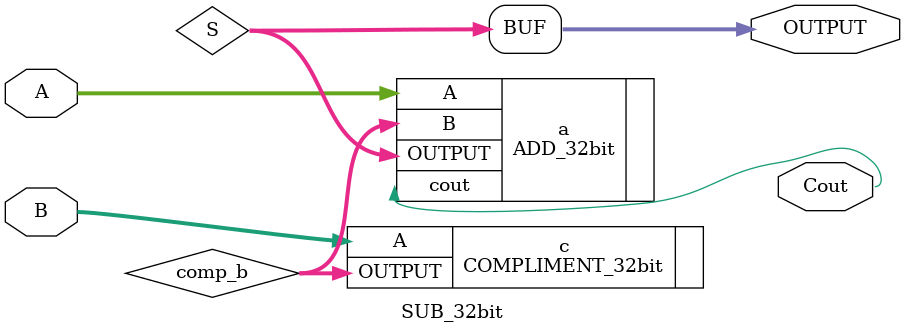
<source format=v>
`timescale 1ns / 1ps


module SUB_32bit(
input [31:0] A,
input [31:0] B,
output Cout,
output [31:0] OUTPUT
    );
    wire [31:0] comp_b,S;
    COMPLIMENT_32bit c(.A(B),.OUTPUT(comp_b));
    ADD_32bit a(.A(A),.B(comp_b),.cout(Cout),.OUTPUT(S));
    assign OUTPUT=S;
endmodule

</source>
